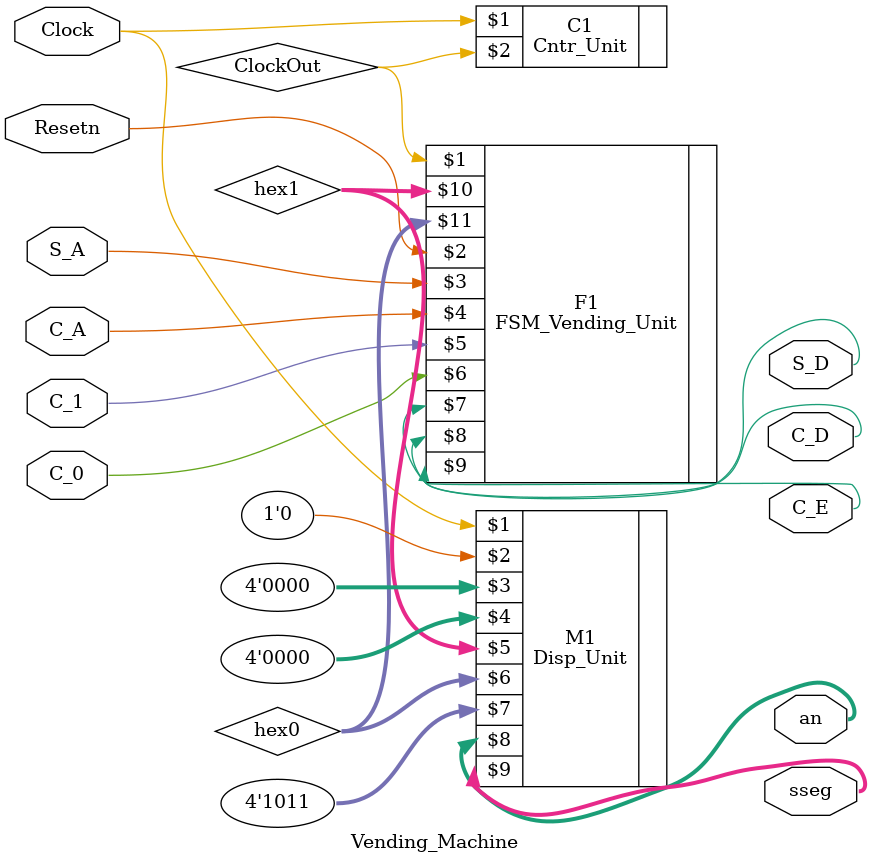
<source format=v>

module Vending_Machine(Clock,Resetn,S_A,C_A,C_1,C_0,S_D,C_D,C_E,sseg,an);
input wire Clock,Resetn,S_A,C_A,C_1,C_0;
output wire S_D,C_D,C_E;
output wire [7:0]sseg;
output wire [3:0]an;
wire [3:0] hex1,hex0;

Cntr_Unit C1(Clock, ClockOut);
FSM_Vending_Unit F1(ClockOut, Resetn, S_A, C_A, C_1, C_0, S_D, C_D, C_E, hex1, hex0);

Disp_Unit M1(Clock, 1'b0 , 4'b0000, 4'b0000 , hex1 , hex0 , 4'b1011 ,an , sseg );

endmodule

</source>
